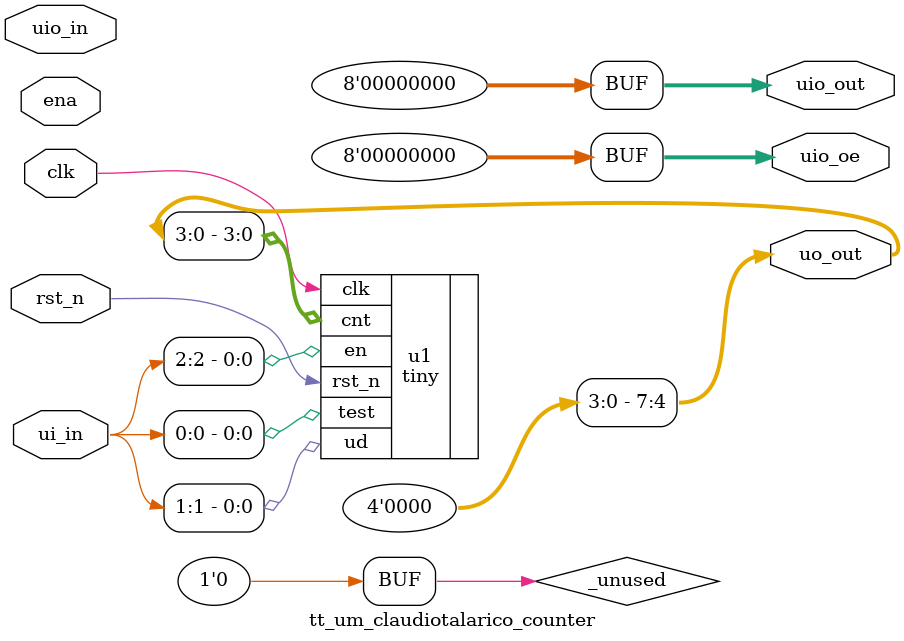
<source format=v>
/*
 * Claudio Talarico
 * 4-bit up/down binary counter with enable
 */

`default_nettype none

module tt_um_claudiotalarico_counter (
    input  wire [7:0] ui_in,    // Dedicated inputs
    output wire [7:0] uo_out,   // Dedicated outputs
    input  wire [7:0] uio_in,   // IOs: Input path
    output wire [7:0] uio_out,  // IOs: Output path
    output wire [7:0] uio_oe,   // IOs: Enable path (active high: 0=input, 1=output)
    input  wire       ena,      // always 1 when the design is powered, so you can ignore it
    input  wire       clk,      // clock
    input  wire       rst_n     // reset_n - low to reset
);

 // instantiate top level 
    tiny u1(.clk(clk),
            .rst_n(rst_n),
            .test(ui_in[0]),
            .ud(ui_in[1]),
            .en(ui_in[2]),
            .cnt(uo_out[3:0])
 );  
  
 // All output pins must be assigned. If not used, assign to 0.
 assign uo_out[7:4]  = 0;  // Example: ou_out is the sum of ui_in and uio_in
 assign uio_out = 0;
 assign uio_oe  = 0;

// List all unused inputs to prevent warnings
    wire _unused = &{ena , uio_in, ui_in[7], ui_in[6], ui_in[5], ui_in[4], ui_in[3],1'b0};

endmodule

</source>
